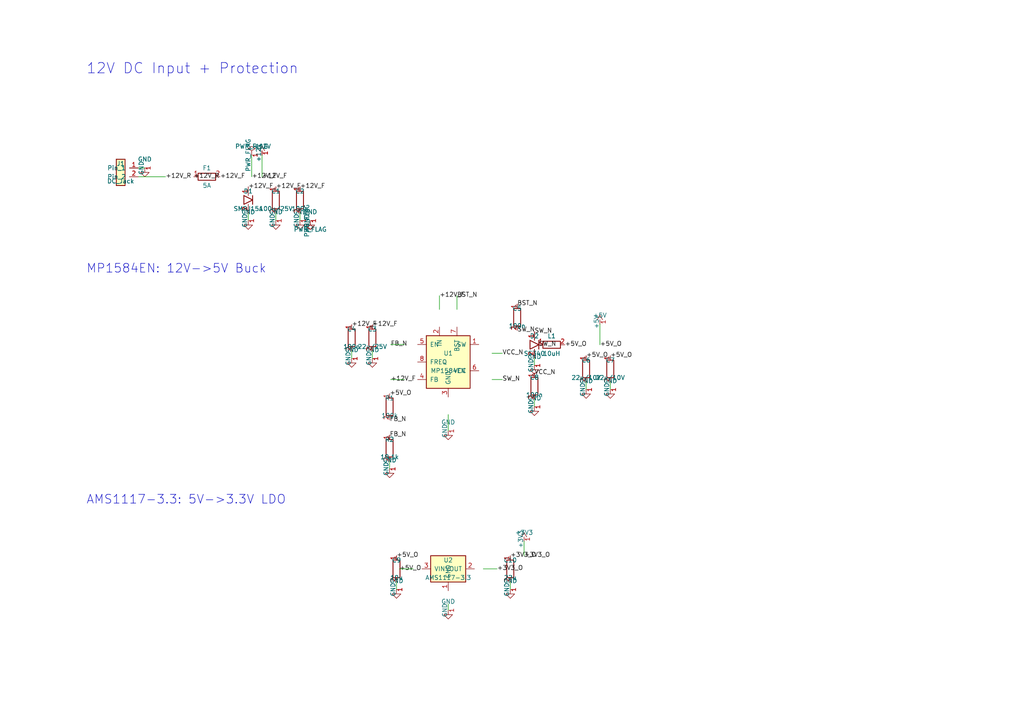
<source format=kicad_sch>
(kicad_sch (version 20231120) (generator "petfilter_schgen") (generator_version "1.0")
  (paper "A4")
  (title_block (title "PetFilter - Power Distribution") (date "2026-02-15") (rev "0.1") (company "PetFilter"))
  (lib_symbols
    (symbol "power:+12V" (power) (pin_names (offset 0)) (in_bom no) (on_board no)
      (property "Value" "+12V" (at 0 3.81 0))
      (symbol "+12V_0_1"
        (polyline (pts (xy -0.762 1.27) (xy 0 2.54) (xy 0.762 1.27)))
      )
      (symbol "+12V_1_1"
        (pin power_in line (at 0 0 90) (length 1.27) (name "+12V") (number "1"))
      )
    )
    (symbol "power:+5V" (power) (pin_names (offset 0)) (in_bom no) (on_board no)
      (property "Value" "+5V" (at 0 3.81 0))
      (symbol "+5V_0_1"
        (polyline (pts (xy -0.762 1.27) (xy 0 2.54) (xy 0.762 1.27)))
      )
      (symbol "+5V_1_1"
        (pin power_in line (at 0 0 90) (length 1.27) (name "+5V") (number "1"))
      )
    )
    (symbol "power:+3V3" (power) (pin_names (offset 0)) (in_bom no) (on_board no)
      (property "Value" "+3V3" (at 0 3.81 0))
      (symbol "+3V3_0_1"
        (polyline (pts (xy -0.762 1.27) (xy 0 2.54) (xy 0.762 1.27)))
      )
      (symbol "+3V3_1_1"
        (pin power_in line (at 0 0 90) (length 1.27) (name "+3V3") (number "1"))
      )
    )
    (symbol "power:GND" (power) (pin_names (offset 0)) (in_bom no) (on_board no)
      (property "Value" "GND" (at 0 -3.81 0))
      (symbol "GND_0_1"
        (polyline (pts (xy 0 0) (xy 0 -1.27) (xy 1.27 -1.27) (xy 0 -2.54) (xy -1.27 -1.27) (xy 0 -1.27)))
      )
      (symbol "GND_1_1"
        (pin power_in line (at 0 0 270) (length 0.00) (name "GND") (number "1"))
      )
    )
    (symbol "power:PWR_FLAG" (power) (pin_names (offset 0)) (in_bom no) (on_board no)
      (property "Value" "PWR_FLAG" (at 0 3.81 0))
      (symbol "PWR_FLAG_0_1"
        (polyline (pts (xy 0 0) (xy 0 1.27) (xy -1.016 1.905) (xy 0 2.54) (xy 1.016 1.905) (xy 0 1.27)))
      )
      (symbol "PWR_FLAG_1_1"
        (pin power_in line (at 0 0 90) (length 0.00) (name "PWR_FLAG") (number "1"))
      )
    )
    (symbol "Device:R" (pin_names (offset 0) hide)
      (property "Reference" "R" (at 2.54 0 90))
      (property "Value" "R" (at -2.54 0 90))
      (symbol "R_0_1"
        (rectangle (start -1.016 2.54) (end 1.016 -2.54) (stroke (width 0.254)))
      )
      (symbol "R_1_1"
        (pin passive line (at 0 3.81 270) (length 1.27) (name "~") (number "1"))
        (pin passive line (at 0 -3.81 90) (length 1.27) (name "~") (number "2"))
      )
    )
    (symbol "Device:C" (pin_names (offset 0) hide)
      (property "Reference" "C" (at 2.54 0 90))
      (property "Value" "C" (at -2.54 0 90))
      (symbol "C_0_1"
        (rectangle (start -1.016 2.54) (end 1.016 -2.54) (stroke (width 0.254)))
      )
      (symbol "C_1_1"
        (pin passive line (at 0 3.81 270) (length 1.27) (name "~") (number "1"))
        (pin passive line (at 0 -3.81 90) (length 1.27) (name "~") (number "2"))
      )
    )
    (symbol "Device:CP" (pin_names (offset 0) hide)
      (property "Reference" "C" (at 2.54 0 90))
      (property "Value" "CP" (at -2.54 0 90))
      (symbol "CP_0_1"
        (rectangle (start -1.016 2.54) (end 1.016 -2.54) (stroke (width 0.254)))
      )
      (symbol "CP_1_1"
        (pin passive line (at 0 3.81 270) (length 1.27) (name "~") (number "1"))
        (pin passive line (at 0 -3.81 90) (length 1.27) (name "~") (number "2"))
      )
    )
    (symbol "Device:L" (pin_names (offset 0) hide)
      (property "Reference" "L" (at 2.54 0 90))
      (property "Value" "L" (at -2.54 0 90))
      (symbol "L_0_1"
        (rectangle (start -1.016 2.54) (end 1.016 -2.54) (stroke (width 0.254)))
      )
      (symbol "L_1_1"
        (pin passive line (at 0 3.81 270) (length 1.27) (name "~") (number "1"))
        (pin passive line (at 0 -3.81 90) (length 1.27) (name "~") (number "2"))
      )
    )
    (symbol "Device:Fuse" (pin_names (offset 0) hide)
      (property "Reference" "F" (at 2.54 0 90))
      (property "Value" "Fuse" (at -2.54 0 90))
      (symbol "Fuse_0_1"
        (rectangle (start -1.016 2.54) (end 1.016 -2.54) (stroke (width 0.254)))
      )
      (symbol "Fuse_1_1"
        (pin passive line (at 0 3.81 270) (length 1.27) (name "~") (number "1"))
        (pin passive line (at 0 -3.81 90) (length 1.27) (name "~") (number "2"))
      )
    )
    (symbol "Device:D_TVS" (pin_names (offset 0) hide)
      (property "Reference" "D" (at 2.54 0 90))
      (property "Value" "D_TVS" (at -2.54 0 90))
      (symbol "D_TVS_0_1"
        (polyline (pts (xy -1.27 1.27) (xy -1.27 -1.27) (xy 1.27 0) (xy -1.27 1.27)) (stroke (width 0.254)))
        (polyline (pts (xy 1.27 1.27) (xy 1.27 -1.27)) (stroke (width 0.254)))
      )
      (symbol "D_TVS_1_1"
        (pin passive line (at 0 3.81 270) (length 2.54) (name "A") (number "1"))
        (pin passive line (at 0 -3.81 90) (length 2.54) (name "K") (number "2"))
      )
    )
    (symbol "Device:D_Schottky" (pin_names (offset 0) hide)
      (property "Reference" "D" (at 2.54 0 90))
      (property "Value" "D_Schottky" (at -2.54 0 90))
      (symbol "D_Schottky_0_1"
        (polyline (pts (xy -1.27 1.27) (xy -1.27 -1.27) (xy 1.27 0) (xy -1.27 1.27)) (stroke (width 0.254)))
        (polyline (pts (xy 1.27 1.27) (xy 1.27 -1.27)) (stroke (width 0.254)))
      )
      (symbol "D_Schottky_1_1"
        (pin passive line (at 0 3.81 270) (length 2.54) (name "A") (number "1"))
        (pin passive line (at 0 -3.81 90) (length 2.54) (name "K") (number "2"))
      )
    )
    (symbol "petfilter:MP1584EN" (pin_names (offset 1.016))
      (property "Reference" "U" (at 0 10.16 0))
      (property "Value" "MP1584EN" (at 0 -10.16 0))
      (symbol "MP1584EN_0_1"
        (rectangle (start -6.35 7.62) (end 6.35 -7.62) (stroke (width 0.254)) (fill (type background)))
      )
      (symbol "MP1584EN_1_1"
        (pin power_in line (at -2.54 10.16 270) (length 2.54) (name "IN") (number "2"))
        (pin passive line (at 2.54 10.16 270) (length 2.54) (name "BST") (number "7"))
        (pin power_in line (at 0.00 -10.16 90) (length 2.54) (name "GND") (number "3"))
        (pin input line (at -8.89 5.08 0) (length 2.54) (name "EN") (number "5"))
        (pin input line (at -8.89 0.00 0) (length 2.54) (name "FREQ") (number "8"))
        (pin input line (at -8.89 -5.08 0) (length 2.54) (name "FB") (number "4"))
        (pin output line (at 8.89 5.08 180) (length 2.54) (name "SW") (number "1"))
        (pin power_out line (at 8.89 -2.54 180) (length 2.54) (name "VCC") (number "6"))
      )
    )
    (symbol "Regulator_Linear:AMS1117-3.3" (pin_names (offset 1.016))
      (property "Reference" "U" (at 0 6.35 0))
      (property "Value" "AMS1117-3.3" (at 0 -6.35 0))
      (symbol "AMS1117-3.3_0_1"
        (rectangle (start -5.08 3.81) (end 5.08 -3.81) (stroke (width 0.254)) (fill (type background)))
      )
      (symbol "AMS1117-3.3_1_1"
        (pin power_in line (at 0.00 -6.35 90) (length 2.54) (name "GND") (number "1"))
        (pin power_out line (at 7.62 0.00 180) (length 2.54) (name "VOUT") (number "2"))
        (pin power_in line (at -7.62 0.00 0) (length 2.54) (name "VIN") (number "3"))
      )
    )
    (symbol "Connector_Generic:Conn_01x02_Pin" (pin_names (offset 1.016))
      (property "Reference" "J" (at 0 6.35 0))
      (property "Value" "Conn_01x02" (at 0 -6.35 0))
      (symbol "Conn_01x02_Pin_0_1"
        (rectangle (start -1.27 3.81) (end 1.27 -3.81) (stroke (width 0.254)) (fill (type background)))
      )
      (symbol "Conn_01x02_Pin_1_1"
        (pin passive line (at 5.08 1.27 180) (length 2.54) (name "Pin_1") (number "1"))
        (pin passive line (at 5.08 -1.27 180) (length 2.54) (name "Pin_2") (number "2"))
      )
    )
  )
  (text "12V DC Input + Protection" (at 25.00 20.00 0) (effects (font (size 3.00 3.00)) (justify left)))
  (symbol (lib_id "Connector_Generic:Conn_01x02_Pin") (at 35.00 50.00 0) (unit 1)
    (property "Reference" "J1" (at 35.00 47.46 0))
    (property "Value" "DC_Jack" (at 35.00 52.54 0))
    (property "Footprint" "Connector_BarrelJack:BarrelJack_Horizontal" (effects hide))
  )
  (wire (pts (xy 40.08 51.27) (xy 48.00 51.27)))
  (label "+12V_R" (at 48.00 51.27 0))
  (symbol (lib_id "power:GND") (at 42.00 48.73 0) (unit 1) (in_bom no) (on_board no)
    (property "Reference" "#PWR001" (effects hide))
    (property "Value" "GND" (at 42.00 46.19 0))
  )
  (wire (pts (xy 40.08 48.73) (xy 42.00 48.73)))
  (symbol (lib_id "Device:Fuse") (at 60.00 51.27 90) (unit 1)
    (property "Reference" "F1" (at 60.00 48.73 90))
    (property "Value" "5A" (at 60.00 53.81 90))
    (property "Footprint" "Fuse:Fuseholder_Blade_Mini_Keystone_3557" (effects hide))
  )
  (label "+12V_R" (at 56.19 51.27 0))
  (label "+12V_F" (at 63.81 51.27 0))
  (symbol (lib_id "Device:D_TVS") (at 72.00 58.00 0) (unit 1)
    (property "Reference" "D1" (at 72.00 55.46 0))
    (property "Value" "SMBJ15A" (at 72.00 60.54 0))
    (property "Footprint" "Diode_SMD:D_SMB" (effects hide))
  )
  (label "+12V_F" (at 72.00 54.19 0))
  (symbol (lib_id "power:GND") (at 72.00 64.00 0) (unit 1) (in_bom no) (on_board no)
    (property "Reference" "#PWR002" (effects hide))
    (property "Value" "GND" (at 72.00 61.46 0))
  )
  (wire (pts (xy 72.00 61.81) (xy 72.00 64.00)))
  (symbol (lib_id "Device:CP") (at 80.00 58.00 0) (unit 1)
    (property "Reference" "C1" (at 80.00 55.46 0))
    (property "Value" "100u/25V" (at 80.00 60.54 0))
    (property "Footprint" "Capacitor_THT:CP_Radial_D8.0mm_P3.50mm" (effects hide))
  )
  (label "+12V_F" (at 80.00 54.19 0))
  (symbol (lib_id "power:GND") (at 80.00 64.00 0) (unit 1) (in_bom no) (on_board no)
    (property "Reference" "#PWR003" (effects hide))
    (property "Value" "GND" (at 80.00 61.46 0))
  )
  (wire (pts (xy 80.00 61.81) (xy 80.00 64.00)))
  (symbol (lib_id "Device:C") (at 87.00 58.00 0) (unit 1)
    (property "Reference" "C2" (at 87.00 55.46 0))
    (property "Value" "100n" (at 87.00 60.54 0))
    (property "Footprint" "Capacitor_SMD:C_0603_1608Metric" (effects hide))
  )
  (label "+12V_F" (at 87.00 54.19 0))
  (symbol (lib_id "power:GND") (at 87.00 64.00 0) (unit 1) (in_bom no) (on_board no)
    (property "Reference" "#PWR004" (effects hide))
    (property "Value" "GND" (at 87.00 61.46 0))
  )
  (wire (pts (xy 87.00 61.81) (xy 87.00 64.00)))
  (symbol (lib_id "power:+12V") (at 76.00 45.00 0) (unit 1) (in_bom no) (on_board no)
    (property "Reference" "#PWR005" (effects hide))
    (property "Value" "+12V" (at 76.00 42.46 0))
  )
  (wire (pts (xy 76.00 45.00) (xy 76.00 51.27)))
  (label "+12V_F" (at 76.00 51.27 0))
  (symbol (lib_id "power:PWR_FLAG") (at 73.00 45.00 0) (unit 1) (in_bom no) (on_board no)
    (property "Reference" "#PWR006" (effects hide))
    (property "Value" "PWR_FLAG" (at 73.00 42.46 0))
  )
  (wire (pts (xy 73.00 45.00) (xy 73.00 51.27)))
  (label "+12V_F" (at 73.00 51.27 0))
  (symbol (lib_id "power:PWR_FLAG") (at 90.00 64.00 180) (unit 1) (in_bom no) (on_board no)
    (property "Reference" "#PWR007" (effects hide))
    (property "Value" "PWR_FLAG" (at 90.00 66.54 0))
  )
  (symbol (lib_id "power:GND") (at 90.00 64.00 0) (unit 1) (in_bom no) (on_board no)
    (property "Reference" "#PWR008" (effects hide))
    (property "Value" "GND" (at 90.00 61.46 0))
  )
  (text "MP1584EN: 12V->5V Buck" (at 25.00 78.00 0) (effects (font (size 2.54 2.54)) (justify left)))
  (symbol (lib_id "petfilter:MP1584EN") (at 130.00 105.00 0) (unit 1)
    (property "Reference" "U1" (at 130.00 102.46 0))
    (property "Value" "MP1584EN" (at 130.00 107.54 0))
    (property "Footprint" "Package_SO:SOIC-8_3.9x4.9mm_P1.27mm" (effects hide))
  )
  (label "+12V_F" (at 127.46 85.76 0))
  (wire (pts (xy 127.46 85.76) (xy 127.46 89.76)))
  (symbol (lib_id "power:GND") (at 130.00 125.00 0) (unit 1) (in_bom no) (on_board no)
    (property "Reference" "#PWR009" (effects hide))
    (property "Value" "GND" (at 130.00 122.46 0))
  )
  (wire (pts (xy 130.00 120.24) (xy 130.00 125.00)))
  (label "SW_N" (at 145.70 110.08 0))
  (wire (pts (xy 142.70 110.08) (xy 145.70 110.08)))
  (label "BST_N" (at 132.54 85.76 0))
  (wire (pts (xy 132.54 85.76) (xy 132.54 89.76)))
  (label "FB_N" (at 113.30 99.92 0))
  (wire (pts (xy 117.30 99.92) (xy 113.30 99.92)))
  (label "+12V_F" (at 113.30 110.08 0))
  (wire (pts (xy 117.30 110.08) (xy 113.30 110.08)))
  (label "VCC_N" (at 145.70 102.46 0))
  (wire (pts (xy 142.70 102.46) (xy 145.70 102.46)))
  (symbol (lib_id "Device:C") (at 108.00 98.00 0) (unit 1)
    (property "Reference" "C3" (at 108.00 95.46 0))
    (property "Value" "22u/25V" (at 108.00 100.54 0))
    (property "Footprint" "Capacitor_SMD:C_0805_2012Metric" (effects hide))
  )
  (label "+12V_F" (at 108.00 94.19 0))
  (symbol (lib_id "power:GND") (at 108.00 104.00 0) (unit 1) (in_bom no) (on_board no)
    (property "Reference" "#PWR010" (effects hide))
    (property "Value" "GND" (at 108.00 101.46 0))
  )
  (wire (pts (xy 108.00 101.81) (xy 108.00 104.00)))
  (symbol (lib_id "Device:C") (at 102.00 98.00 0) (unit 1)
    (property "Reference" "C4" (at 102.00 95.46 0))
    (property "Value" "100n" (at 102.00 100.54 0))
    (property "Footprint" "Capacitor_SMD:C_0603_1608Metric" (effects hide))
  )
  (label "+12V_F" (at 102.00 94.19 0))
  (symbol (lib_id "power:GND") (at 102.00 104.00 0) (unit 1) (in_bom no) (on_board no)
    (property "Reference" "#PWR011" (effects hide))
    (property "Value" "GND" (at 102.00 101.46 0))
  )
  (wire (pts (xy 102.00 101.81) (xy 102.00 104.00)))
  (symbol (lib_id "Device:C") (at 150.00 92.00 0) (unit 1)
    (property "Reference" "C5" (at 150.00 89.46 0))
    (property "Value" "100n" (at 150.00 94.54 0))
    (property "Footprint" "Capacitor_SMD:C_0603_1608Metric" (effects hide))
  )
  (label "BST_N" (at 150.00 88.19 0))
  (label "SW_N" (at 150.00 95.81 0))
  (symbol (lib_id "Device:C") (at 155.00 112.00 0) (unit 1)
    (property "Reference" "C8" (at 155.00 109.46 0))
    (property "Value" "100n" (at 155.00 114.54 0))
    (property "Footprint" "Capacitor_SMD:C_0603_1608Metric" (effects hide))
  )
  (label "VCC_N" (at 155.00 108.19 0))
  (symbol (lib_id "power:GND") (at 155.00 118.00 0) (unit 1) (in_bom no) (on_board no)
    (property "Reference" "#PWR012" (effects hide))
    (property "Value" "GND" (at 155.00 115.46 0))
  )
  (wire (pts (xy 155.00 115.81) (xy 155.00 118.00)))
  (symbol (lib_id "Device:L") (at 160.00 100.00 90) (unit 1)
    (property "Reference" "L1" (at 160.00 97.46 90))
    (property "Value" "10uH" (at 160.00 102.54 90))
    (property "Footprint" "Inductor_SMD:L_Bourns_SRN6045" (effects hide))
  )
  (label "SW_N" (at 156.19 100.00 0))
  (label "+5V_O" (at 163.81 100.00 0))
  (symbol (lib_id "Device:D_Schottky") (at 155.00 100.00 0) (unit 1)
    (property "Reference" "D2" (at 155.00 97.46 0))
    (property "Value" "SS340" (at 155.00 102.54 0))
    (property "Footprint" "Diode_SMD:D_SMA" (effects hide))
  )
  (symbol (lib_id "power:GND") (at 155.00 106.00 0) (unit 1) (in_bom no) (on_board no)
    (property "Reference" "#PWR013" (effects hide))
    (property "Value" "GND" (at 155.00 103.46 0))
  )
  (wire (pts (xy 155.00 103.81) (xy 155.00 106.00)))
  (label "SW_N" (at 155.00 96.19 0))
  (symbol (lib_id "Device:R") (at 113.00 118.00 0) (unit 1)
    (property "Reference" "R1" (at 113.00 115.46 0))
    (property "Value" "100k" (at 113.00 120.54 0))
    (property "Footprint" "Resistor_SMD:R_0603_1608Metric" (effects hide))
  )
  (label "+5V_O" (at 113.00 114.19 0))
  (label "FB_N" (at 113.00 121.81 0))
  (symbol (lib_id "Device:R") (at 113.00 130.00 0) (unit 1)
    (property "Reference" "R2" (at 113.00 127.46 0))
    (property "Value" "19.1k" (at 113.00 132.54 0))
    (property "Footprint" "Resistor_SMD:R_0603_1608Metric" (effects hide))
  )
  (label "FB_N" (at 113.00 126.19 0))
  (symbol (lib_id "power:GND") (at 113.00 136.00 0) (unit 1) (in_bom no) (on_board no)
    (property "Reference" "#PWR014" (effects hide))
    (property "Value" "GND" (at 113.00 133.46 0))
  )
  (wire (pts (xy 113.00 133.81) (xy 113.00 136.00)))
  (symbol (lib_id "Device:C") (at 170.00 107.00 0) (unit 1)
    (property "Reference" "C6" (at 170.00 104.46 0))
    (property "Value" "22u/10V" (at 170.00 109.54 0))
    (property "Footprint" "Capacitor_SMD:C_0805_2012Metric" (effects hide))
  )
  (label "+5V_O" (at 170.00 103.19 0))
  (symbol (lib_id "power:GND") (at 170.00 113.00 0) (unit 1) (in_bom no) (on_board no)
    (property "Reference" "#PWR015" (effects hide))
    (property "Value" "GND" (at 170.00 110.46 0))
  )
  (wire (pts (xy 170.00 110.81) (xy 170.00 113.00)))
  (symbol (lib_id "Device:C") (at 177.00 107.00 0) (unit 1)
    (property "Reference" "C7" (at 177.00 104.46 0))
    (property "Value" "22u/10V" (at 177.00 109.54 0))
    (property "Footprint" "Capacitor_SMD:C_0805_2012Metric" (effects hide))
  )
  (label "+5V_O" (at 177.00 103.19 0))
  (symbol (lib_id "power:GND") (at 177.00 113.00 0) (unit 1) (in_bom no) (on_board no)
    (property "Reference" "#PWR016" (effects hide))
    (property "Value" "GND" (at 177.00 110.46 0))
  )
  (wire (pts (xy 177.00 110.81) (xy 177.00 113.00)))
  (symbol (lib_id "power:+5V") (at 174.00 94.00 0) (unit 1) (in_bom no) (on_board no)
    (property "Reference" "#PWR017" (effects hide))
    (property "Value" "+5V" (at 174.00 91.46 0))
  )
  (wire (pts (xy 174.00 94.00) (xy 174.00 100.00)))
  (label "+5V_O" (at 174.00 100.00 0))
  (text "AMS1117-3.3: 5V->3.3V LDO" (at 25.00 145.00 0) (effects (font (size 2.54 2.54)) (justify left)))
  (symbol (lib_id "Regulator_Linear:AMS1117-3.3") (at 130.00 165.00 0) (unit 1)
    (property "Reference" "U2" (at 130.00 162.46 0))
    (property "Value" "AMS1117-3.3" (at 130.00 167.54 0))
    (property "Footprint" "Package_TO_SOT_SMD:SOT-223-3_TabPin2" (effects hide))
  )
  (label "+5V_O" (at 115.84 165.00 0))
  (wire (pts (xy 119.84 165.00) (xy 115.84 165.00)))
  (label "+3V3_O" (at 144.16 165.00 0))
  (wire (pts (xy 140.16 165.00) (xy 144.16 165.00)))
  (symbol (lib_id "power:GND") (at 130.00 177.00 0) (unit 1) (in_bom no) (on_board no)
    (property "Reference" "#PWR018" (effects hide))
    (property "Value" "GND" (at 130.00 174.46 0))
  )
  (wire (pts (xy 130.00 175.16) (xy 130.00 177.00)))
  (symbol (lib_id "Device:C") (at 115.00 165.00 0) (unit 1)
    (property "Reference" "C9" (at 115.00 162.46 0))
    (property "Value" "10u" (at 115.00 167.54 0))
    (property "Footprint" "Capacitor_SMD:C_0805_2012Metric" (effects hide))
  )
  (label "+5V_O" (at 115.00 161.19 0))
  (symbol (lib_id "power:GND") (at 115.00 171.00 0) (unit 1) (in_bom no) (on_board no)
    (property "Reference" "#PWR019" (effects hide))
    (property "Value" "GND" (at 115.00 168.46 0))
  )
  (wire (pts (xy 115.00 168.81) (xy 115.00 171.00)))
  (symbol (lib_id "Device:C") (at 148.00 165.00 0) (unit 1)
    (property "Reference" "C10" (at 148.00 162.46 0))
    (property "Value" "22u" (at 148.00 167.54 0))
    (property "Footprint" "Capacitor_SMD:C_0805_2012Metric" (effects hide))
  )
  (label "+3V3_O" (at 148.00 161.19 0))
  (symbol (lib_id "power:GND") (at 148.00 171.00 0) (unit 1) (in_bom no) (on_board no)
    (property "Reference" "#PWR020" (effects hide))
    (property "Value" "GND" (at 148.00 168.46 0))
  )
  (wire (pts (xy 148.00 168.81) (xy 148.00 171.00)))
  (symbol (lib_id "power:+3V3") (at 152.00 157.00 0) (unit 1) (in_bom no) (on_board no)
    (property "Reference" "#PWR021" (effects hide))
    (property "Value" "+3V3" (at 152.00 154.46 0))
  )
  (wire (pts (xy 152.00 157.00) (xy 152.00 161.19)))
  (label "+3V3_O" (at 152.00 161.19 0))
)
</source>
